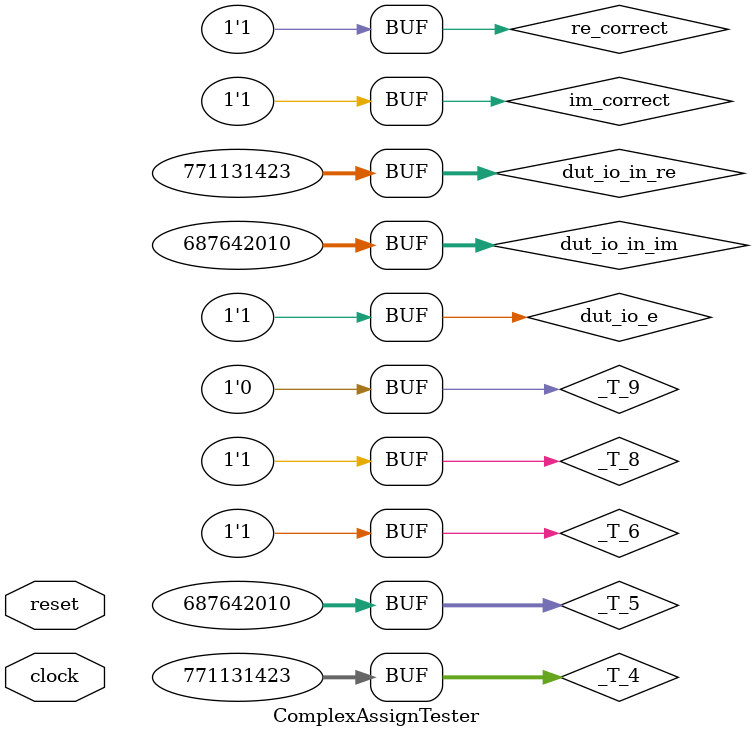
<source format=v>
module ComplexAssign(
  input         io_e,
  input  [31:0] io_in_re,
  input  [31:0] io_in_im
);
  initial begin end
endmodule
module ComplexAssignTester(
  input   clock,
  input   reset
);
  wire  dut_io_e; // @[ComplexAssign.scala 34:19]
  wire [31:0] dut_io_in_re; // @[ComplexAssign.scala 34:19]
  wire [31:0] dut_io_in_im; // @[ComplexAssign.scala 34:19]
  reg  value; // @[Counter.scala 29:33]
  reg [31:0] _RAND_0;
  wire  _T_2; // @[Counter.scala 38:22]
  wire [31:0] _T_4; // @[ComplexAssign.scala 38:41]
  wire  re_correct; // @[ComplexAssign.scala 38:34]
  wire [31:0] _T_5; // @[ComplexAssign.scala 39:41]
  wire  im_correct; // @[ComplexAssign.scala 39:34]
  wire  _T_6; // @[ComplexAssign.scala 40:21]
  wire  _T_8; // @[ComplexAssign.scala 40:9]
  wire  _T_9; // @[ComplexAssign.scala 40:9]
  wire  _T_11; // @[ComplexAssign.scala 42:9]
  ComplexAssign dut ( // @[ComplexAssign.scala 34:19]
    .io_e(dut_io_e),
    .io_in_re(dut_io_in_re),
    .io_in_im(dut_io_in_im)
  );
  assign _T_2 = value + 1'h1; // @[Counter.scala 38:22]
  assign _T_4 = dut_io_e ? dut_io_in_re : 32'h0; // @[ComplexAssign.scala 38:41]
  assign re_correct = 32'h2df6881f == _T_4; // @[ComplexAssign.scala 38:34]
  assign _T_5 = dut_io_e ? dut_io_in_im : 32'h0; // @[ComplexAssign.scala 39:41]
  assign im_correct = 32'h28fc959a == _T_5; // @[ComplexAssign.scala 39:34]
  assign _T_6 = re_correct & im_correct; // @[ComplexAssign.scala 40:21]
  assign _T_8 = _T_6 | reset; // @[ComplexAssign.scala 40:9]
  assign _T_9 = _T_8 == 1'h0; // @[ComplexAssign.scala 40:9]
  assign _T_11 = reset == 1'h0; // @[ComplexAssign.scala 42:9]
  assign dut_io_e = 1'h1; // @[ComplexAssign.scala 37:12]
  assign dut_io_in_re = 32'h2df6881f; // @[ComplexAssign.scala 35:16]
  assign dut_io_in_im = 32'h28fc959a; // @[ComplexAssign.scala 36:16]
`ifdef RANDOMIZE_GARBAGE_ASSIGN
`define RANDOMIZE
`endif
`ifdef RANDOMIZE_INVALID_ASSIGN
`define RANDOMIZE
`endif
`ifdef RANDOMIZE_REG_INIT
`define RANDOMIZE
`endif
`ifdef RANDOMIZE_MEM_INIT
`define RANDOMIZE
`endif
`ifndef RANDOM
`define RANDOM $random
`endif
`ifdef RANDOMIZE_MEM_INIT
  integer initvar;
`endif
initial begin
  `ifdef RANDOMIZE
    `ifdef INIT_RANDOM
      `INIT_RANDOM
    `endif
    `ifndef VERILATOR
      `ifdef RANDOMIZE_DELAY
        #`RANDOMIZE_DELAY begin end
      `else
        #0.002 begin end
      `endif
    `endif
  `ifdef RANDOMIZE_REG_INIT
  _RAND_0 = {1{`RANDOM}};
  value = _RAND_0[0:0];
  `endif // RANDOMIZE_REG_INIT
  `endif // RANDOMIZE
end
  always @(posedge clock) begin
    if (reset) begin
      value <= 1'h0;
    end else begin
      value <= _T_2;
    end
    `ifndef SYNTHESIS
    `ifdef PRINTF_COND
      if (`PRINTF_COND) begin
    `endif
        if (_T_9) begin
          $fwrite(32'h80000002,"Assertion failed\n    at ComplexAssign.scala:40 assert(re_correct && im_correct)\n"); // @[ComplexAssign.scala 40:9]
        end
    `ifdef PRINTF_COND
      end
    `endif
    `endif // SYNTHESIS
    `ifndef SYNTHESIS
    `ifdef STOP_COND
      if (`STOP_COND) begin
    `endif
        if (_T_9) begin
          $fatal; // @[ComplexAssign.scala 40:9]
        end
    `ifdef STOP_COND
      end
    `endif
    `endif // SYNTHESIS
    `ifndef SYNTHESIS
    `ifdef STOP_COND
      if (`STOP_COND) begin
    `endif
        if (value & _T_11) begin
          $finish; // @[ComplexAssign.scala 42:9]
        end
    `ifdef STOP_COND
      end
    `endif
    `endif // SYNTHESIS
  end
endmodule

</source>
